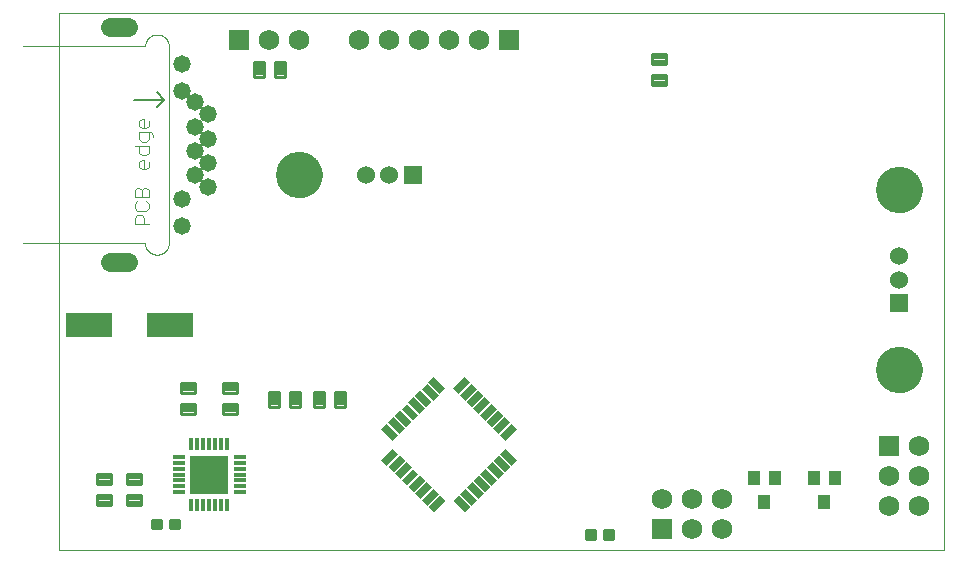
<source format=gts>
G75*
%MOIN*%
%OFA0B0*%
%FSLAX25Y25*%
%IPPOS*%
%LPD*%
%AMOC8*
5,1,8,0,0,1.08239X$1,22.5*
%
%ADD10C,0.00000*%
%ADD11C,0.15350*%
%ADD12R,0.05950X0.05950*%
%ADD13C,0.06000*%
%ADD14R,0.05400X0.02600*%
%ADD15R,0.02600X0.05400*%
%ADD16C,0.00975*%
%ADD17C,0.06306*%
%ADD18C,0.05800*%
%ADD19C,0.00100*%
%ADD20C,0.00500*%
%ADD21C,0.00400*%
%ADD22C,0.01100*%
%ADD23R,0.06900X0.06900*%
%ADD24C,0.06900*%
%ADD25R,0.04400X0.04900*%
%ADD26R,0.03943X0.01400*%
%ADD27R,0.01400X0.03943*%
%ADD28R,0.12605X0.12605*%
%ADD29R,0.15400X0.07900*%
D10*
X0013250Y0007846D02*
X0013250Y0186547D01*
X0308171Y0186547D01*
X0308171Y0007846D01*
X0013250Y0007846D01*
X0085775Y0132846D02*
X0085777Y0133029D01*
X0085784Y0133213D01*
X0085795Y0133396D01*
X0085811Y0133579D01*
X0085831Y0133761D01*
X0085856Y0133943D01*
X0085885Y0134124D01*
X0085919Y0134304D01*
X0085957Y0134484D01*
X0085999Y0134662D01*
X0086046Y0134840D01*
X0086097Y0135016D01*
X0086152Y0135191D01*
X0086212Y0135364D01*
X0086276Y0135536D01*
X0086344Y0135707D01*
X0086416Y0135875D01*
X0086493Y0136042D01*
X0086573Y0136207D01*
X0086658Y0136370D01*
X0086746Y0136530D01*
X0086838Y0136689D01*
X0086935Y0136845D01*
X0087035Y0136999D01*
X0087139Y0137150D01*
X0087246Y0137299D01*
X0087357Y0137445D01*
X0087472Y0137588D01*
X0087590Y0137728D01*
X0087711Y0137866D01*
X0087836Y0138000D01*
X0087964Y0138132D01*
X0088096Y0138260D01*
X0088230Y0138385D01*
X0088368Y0138506D01*
X0088508Y0138624D01*
X0088651Y0138739D01*
X0088797Y0138850D01*
X0088946Y0138957D01*
X0089097Y0139061D01*
X0089251Y0139161D01*
X0089407Y0139258D01*
X0089566Y0139350D01*
X0089726Y0139438D01*
X0089889Y0139523D01*
X0090054Y0139603D01*
X0090221Y0139680D01*
X0090389Y0139752D01*
X0090560Y0139820D01*
X0090732Y0139884D01*
X0090905Y0139944D01*
X0091080Y0139999D01*
X0091256Y0140050D01*
X0091434Y0140097D01*
X0091612Y0140139D01*
X0091792Y0140177D01*
X0091972Y0140211D01*
X0092153Y0140240D01*
X0092335Y0140265D01*
X0092517Y0140285D01*
X0092700Y0140301D01*
X0092883Y0140312D01*
X0093067Y0140319D01*
X0093250Y0140321D01*
X0093433Y0140319D01*
X0093617Y0140312D01*
X0093800Y0140301D01*
X0093983Y0140285D01*
X0094165Y0140265D01*
X0094347Y0140240D01*
X0094528Y0140211D01*
X0094708Y0140177D01*
X0094888Y0140139D01*
X0095066Y0140097D01*
X0095244Y0140050D01*
X0095420Y0139999D01*
X0095595Y0139944D01*
X0095768Y0139884D01*
X0095940Y0139820D01*
X0096111Y0139752D01*
X0096279Y0139680D01*
X0096446Y0139603D01*
X0096611Y0139523D01*
X0096774Y0139438D01*
X0096934Y0139350D01*
X0097093Y0139258D01*
X0097249Y0139161D01*
X0097403Y0139061D01*
X0097554Y0138957D01*
X0097703Y0138850D01*
X0097849Y0138739D01*
X0097992Y0138624D01*
X0098132Y0138506D01*
X0098270Y0138385D01*
X0098404Y0138260D01*
X0098536Y0138132D01*
X0098664Y0138000D01*
X0098789Y0137866D01*
X0098910Y0137728D01*
X0099028Y0137588D01*
X0099143Y0137445D01*
X0099254Y0137299D01*
X0099361Y0137150D01*
X0099465Y0136999D01*
X0099565Y0136845D01*
X0099662Y0136689D01*
X0099754Y0136530D01*
X0099842Y0136370D01*
X0099927Y0136207D01*
X0100007Y0136042D01*
X0100084Y0135875D01*
X0100156Y0135707D01*
X0100224Y0135536D01*
X0100288Y0135364D01*
X0100348Y0135191D01*
X0100403Y0135016D01*
X0100454Y0134840D01*
X0100501Y0134662D01*
X0100543Y0134484D01*
X0100581Y0134304D01*
X0100615Y0134124D01*
X0100644Y0133943D01*
X0100669Y0133761D01*
X0100689Y0133579D01*
X0100705Y0133396D01*
X0100716Y0133213D01*
X0100723Y0133029D01*
X0100725Y0132846D01*
X0100723Y0132663D01*
X0100716Y0132479D01*
X0100705Y0132296D01*
X0100689Y0132113D01*
X0100669Y0131931D01*
X0100644Y0131749D01*
X0100615Y0131568D01*
X0100581Y0131388D01*
X0100543Y0131208D01*
X0100501Y0131030D01*
X0100454Y0130852D01*
X0100403Y0130676D01*
X0100348Y0130501D01*
X0100288Y0130328D01*
X0100224Y0130156D01*
X0100156Y0129985D01*
X0100084Y0129817D01*
X0100007Y0129650D01*
X0099927Y0129485D01*
X0099842Y0129322D01*
X0099754Y0129162D01*
X0099662Y0129003D01*
X0099565Y0128847D01*
X0099465Y0128693D01*
X0099361Y0128542D01*
X0099254Y0128393D01*
X0099143Y0128247D01*
X0099028Y0128104D01*
X0098910Y0127964D01*
X0098789Y0127826D01*
X0098664Y0127692D01*
X0098536Y0127560D01*
X0098404Y0127432D01*
X0098270Y0127307D01*
X0098132Y0127186D01*
X0097992Y0127068D01*
X0097849Y0126953D01*
X0097703Y0126842D01*
X0097554Y0126735D01*
X0097403Y0126631D01*
X0097249Y0126531D01*
X0097093Y0126434D01*
X0096934Y0126342D01*
X0096774Y0126254D01*
X0096611Y0126169D01*
X0096446Y0126089D01*
X0096279Y0126012D01*
X0096111Y0125940D01*
X0095940Y0125872D01*
X0095768Y0125808D01*
X0095595Y0125748D01*
X0095420Y0125693D01*
X0095244Y0125642D01*
X0095066Y0125595D01*
X0094888Y0125553D01*
X0094708Y0125515D01*
X0094528Y0125481D01*
X0094347Y0125452D01*
X0094165Y0125427D01*
X0093983Y0125407D01*
X0093800Y0125391D01*
X0093617Y0125380D01*
X0093433Y0125373D01*
X0093250Y0125371D01*
X0093067Y0125373D01*
X0092883Y0125380D01*
X0092700Y0125391D01*
X0092517Y0125407D01*
X0092335Y0125427D01*
X0092153Y0125452D01*
X0091972Y0125481D01*
X0091792Y0125515D01*
X0091612Y0125553D01*
X0091434Y0125595D01*
X0091256Y0125642D01*
X0091080Y0125693D01*
X0090905Y0125748D01*
X0090732Y0125808D01*
X0090560Y0125872D01*
X0090389Y0125940D01*
X0090221Y0126012D01*
X0090054Y0126089D01*
X0089889Y0126169D01*
X0089726Y0126254D01*
X0089566Y0126342D01*
X0089407Y0126434D01*
X0089251Y0126531D01*
X0089097Y0126631D01*
X0088946Y0126735D01*
X0088797Y0126842D01*
X0088651Y0126953D01*
X0088508Y0127068D01*
X0088368Y0127186D01*
X0088230Y0127307D01*
X0088096Y0127432D01*
X0087964Y0127560D01*
X0087836Y0127692D01*
X0087711Y0127826D01*
X0087590Y0127964D01*
X0087472Y0128104D01*
X0087357Y0128247D01*
X0087246Y0128393D01*
X0087139Y0128542D01*
X0087035Y0128693D01*
X0086935Y0128847D01*
X0086838Y0129003D01*
X0086746Y0129162D01*
X0086658Y0129322D01*
X0086573Y0129485D01*
X0086493Y0129650D01*
X0086416Y0129817D01*
X0086344Y0129985D01*
X0086276Y0130156D01*
X0086212Y0130328D01*
X0086152Y0130501D01*
X0086097Y0130676D01*
X0086046Y0130852D01*
X0085999Y0131030D01*
X0085957Y0131208D01*
X0085919Y0131388D01*
X0085885Y0131568D01*
X0085856Y0131749D01*
X0085831Y0131931D01*
X0085811Y0132113D01*
X0085795Y0132296D01*
X0085784Y0132479D01*
X0085777Y0132663D01*
X0085775Y0132846D01*
X0285775Y0127846D02*
X0285777Y0128029D01*
X0285784Y0128213D01*
X0285795Y0128396D01*
X0285811Y0128579D01*
X0285831Y0128761D01*
X0285856Y0128943D01*
X0285885Y0129124D01*
X0285919Y0129304D01*
X0285957Y0129484D01*
X0285999Y0129662D01*
X0286046Y0129840D01*
X0286097Y0130016D01*
X0286152Y0130191D01*
X0286212Y0130364D01*
X0286276Y0130536D01*
X0286344Y0130707D01*
X0286416Y0130875D01*
X0286493Y0131042D01*
X0286573Y0131207D01*
X0286658Y0131370D01*
X0286746Y0131530D01*
X0286838Y0131689D01*
X0286935Y0131845D01*
X0287035Y0131999D01*
X0287139Y0132150D01*
X0287246Y0132299D01*
X0287357Y0132445D01*
X0287472Y0132588D01*
X0287590Y0132728D01*
X0287711Y0132866D01*
X0287836Y0133000D01*
X0287964Y0133132D01*
X0288096Y0133260D01*
X0288230Y0133385D01*
X0288368Y0133506D01*
X0288508Y0133624D01*
X0288651Y0133739D01*
X0288797Y0133850D01*
X0288946Y0133957D01*
X0289097Y0134061D01*
X0289251Y0134161D01*
X0289407Y0134258D01*
X0289566Y0134350D01*
X0289726Y0134438D01*
X0289889Y0134523D01*
X0290054Y0134603D01*
X0290221Y0134680D01*
X0290389Y0134752D01*
X0290560Y0134820D01*
X0290732Y0134884D01*
X0290905Y0134944D01*
X0291080Y0134999D01*
X0291256Y0135050D01*
X0291434Y0135097D01*
X0291612Y0135139D01*
X0291792Y0135177D01*
X0291972Y0135211D01*
X0292153Y0135240D01*
X0292335Y0135265D01*
X0292517Y0135285D01*
X0292700Y0135301D01*
X0292883Y0135312D01*
X0293067Y0135319D01*
X0293250Y0135321D01*
X0293433Y0135319D01*
X0293617Y0135312D01*
X0293800Y0135301D01*
X0293983Y0135285D01*
X0294165Y0135265D01*
X0294347Y0135240D01*
X0294528Y0135211D01*
X0294708Y0135177D01*
X0294888Y0135139D01*
X0295066Y0135097D01*
X0295244Y0135050D01*
X0295420Y0134999D01*
X0295595Y0134944D01*
X0295768Y0134884D01*
X0295940Y0134820D01*
X0296111Y0134752D01*
X0296279Y0134680D01*
X0296446Y0134603D01*
X0296611Y0134523D01*
X0296774Y0134438D01*
X0296934Y0134350D01*
X0297093Y0134258D01*
X0297249Y0134161D01*
X0297403Y0134061D01*
X0297554Y0133957D01*
X0297703Y0133850D01*
X0297849Y0133739D01*
X0297992Y0133624D01*
X0298132Y0133506D01*
X0298270Y0133385D01*
X0298404Y0133260D01*
X0298536Y0133132D01*
X0298664Y0133000D01*
X0298789Y0132866D01*
X0298910Y0132728D01*
X0299028Y0132588D01*
X0299143Y0132445D01*
X0299254Y0132299D01*
X0299361Y0132150D01*
X0299465Y0131999D01*
X0299565Y0131845D01*
X0299662Y0131689D01*
X0299754Y0131530D01*
X0299842Y0131370D01*
X0299927Y0131207D01*
X0300007Y0131042D01*
X0300084Y0130875D01*
X0300156Y0130707D01*
X0300224Y0130536D01*
X0300288Y0130364D01*
X0300348Y0130191D01*
X0300403Y0130016D01*
X0300454Y0129840D01*
X0300501Y0129662D01*
X0300543Y0129484D01*
X0300581Y0129304D01*
X0300615Y0129124D01*
X0300644Y0128943D01*
X0300669Y0128761D01*
X0300689Y0128579D01*
X0300705Y0128396D01*
X0300716Y0128213D01*
X0300723Y0128029D01*
X0300725Y0127846D01*
X0300723Y0127663D01*
X0300716Y0127479D01*
X0300705Y0127296D01*
X0300689Y0127113D01*
X0300669Y0126931D01*
X0300644Y0126749D01*
X0300615Y0126568D01*
X0300581Y0126388D01*
X0300543Y0126208D01*
X0300501Y0126030D01*
X0300454Y0125852D01*
X0300403Y0125676D01*
X0300348Y0125501D01*
X0300288Y0125328D01*
X0300224Y0125156D01*
X0300156Y0124985D01*
X0300084Y0124817D01*
X0300007Y0124650D01*
X0299927Y0124485D01*
X0299842Y0124322D01*
X0299754Y0124162D01*
X0299662Y0124003D01*
X0299565Y0123847D01*
X0299465Y0123693D01*
X0299361Y0123542D01*
X0299254Y0123393D01*
X0299143Y0123247D01*
X0299028Y0123104D01*
X0298910Y0122964D01*
X0298789Y0122826D01*
X0298664Y0122692D01*
X0298536Y0122560D01*
X0298404Y0122432D01*
X0298270Y0122307D01*
X0298132Y0122186D01*
X0297992Y0122068D01*
X0297849Y0121953D01*
X0297703Y0121842D01*
X0297554Y0121735D01*
X0297403Y0121631D01*
X0297249Y0121531D01*
X0297093Y0121434D01*
X0296934Y0121342D01*
X0296774Y0121254D01*
X0296611Y0121169D01*
X0296446Y0121089D01*
X0296279Y0121012D01*
X0296111Y0120940D01*
X0295940Y0120872D01*
X0295768Y0120808D01*
X0295595Y0120748D01*
X0295420Y0120693D01*
X0295244Y0120642D01*
X0295066Y0120595D01*
X0294888Y0120553D01*
X0294708Y0120515D01*
X0294528Y0120481D01*
X0294347Y0120452D01*
X0294165Y0120427D01*
X0293983Y0120407D01*
X0293800Y0120391D01*
X0293617Y0120380D01*
X0293433Y0120373D01*
X0293250Y0120371D01*
X0293067Y0120373D01*
X0292883Y0120380D01*
X0292700Y0120391D01*
X0292517Y0120407D01*
X0292335Y0120427D01*
X0292153Y0120452D01*
X0291972Y0120481D01*
X0291792Y0120515D01*
X0291612Y0120553D01*
X0291434Y0120595D01*
X0291256Y0120642D01*
X0291080Y0120693D01*
X0290905Y0120748D01*
X0290732Y0120808D01*
X0290560Y0120872D01*
X0290389Y0120940D01*
X0290221Y0121012D01*
X0290054Y0121089D01*
X0289889Y0121169D01*
X0289726Y0121254D01*
X0289566Y0121342D01*
X0289407Y0121434D01*
X0289251Y0121531D01*
X0289097Y0121631D01*
X0288946Y0121735D01*
X0288797Y0121842D01*
X0288651Y0121953D01*
X0288508Y0122068D01*
X0288368Y0122186D01*
X0288230Y0122307D01*
X0288096Y0122432D01*
X0287964Y0122560D01*
X0287836Y0122692D01*
X0287711Y0122826D01*
X0287590Y0122964D01*
X0287472Y0123104D01*
X0287357Y0123247D01*
X0287246Y0123393D01*
X0287139Y0123542D01*
X0287035Y0123693D01*
X0286935Y0123847D01*
X0286838Y0124003D01*
X0286746Y0124162D01*
X0286658Y0124322D01*
X0286573Y0124485D01*
X0286493Y0124650D01*
X0286416Y0124817D01*
X0286344Y0124985D01*
X0286276Y0125156D01*
X0286212Y0125328D01*
X0286152Y0125501D01*
X0286097Y0125676D01*
X0286046Y0125852D01*
X0285999Y0126030D01*
X0285957Y0126208D01*
X0285919Y0126388D01*
X0285885Y0126568D01*
X0285856Y0126749D01*
X0285831Y0126931D01*
X0285811Y0127113D01*
X0285795Y0127296D01*
X0285784Y0127479D01*
X0285777Y0127663D01*
X0285775Y0127846D01*
X0285775Y0067846D02*
X0285777Y0068029D01*
X0285784Y0068213D01*
X0285795Y0068396D01*
X0285811Y0068579D01*
X0285831Y0068761D01*
X0285856Y0068943D01*
X0285885Y0069124D01*
X0285919Y0069304D01*
X0285957Y0069484D01*
X0285999Y0069662D01*
X0286046Y0069840D01*
X0286097Y0070016D01*
X0286152Y0070191D01*
X0286212Y0070364D01*
X0286276Y0070536D01*
X0286344Y0070707D01*
X0286416Y0070875D01*
X0286493Y0071042D01*
X0286573Y0071207D01*
X0286658Y0071370D01*
X0286746Y0071530D01*
X0286838Y0071689D01*
X0286935Y0071845D01*
X0287035Y0071999D01*
X0287139Y0072150D01*
X0287246Y0072299D01*
X0287357Y0072445D01*
X0287472Y0072588D01*
X0287590Y0072728D01*
X0287711Y0072866D01*
X0287836Y0073000D01*
X0287964Y0073132D01*
X0288096Y0073260D01*
X0288230Y0073385D01*
X0288368Y0073506D01*
X0288508Y0073624D01*
X0288651Y0073739D01*
X0288797Y0073850D01*
X0288946Y0073957D01*
X0289097Y0074061D01*
X0289251Y0074161D01*
X0289407Y0074258D01*
X0289566Y0074350D01*
X0289726Y0074438D01*
X0289889Y0074523D01*
X0290054Y0074603D01*
X0290221Y0074680D01*
X0290389Y0074752D01*
X0290560Y0074820D01*
X0290732Y0074884D01*
X0290905Y0074944D01*
X0291080Y0074999D01*
X0291256Y0075050D01*
X0291434Y0075097D01*
X0291612Y0075139D01*
X0291792Y0075177D01*
X0291972Y0075211D01*
X0292153Y0075240D01*
X0292335Y0075265D01*
X0292517Y0075285D01*
X0292700Y0075301D01*
X0292883Y0075312D01*
X0293067Y0075319D01*
X0293250Y0075321D01*
X0293433Y0075319D01*
X0293617Y0075312D01*
X0293800Y0075301D01*
X0293983Y0075285D01*
X0294165Y0075265D01*
X0294347Y0075240D01*
X0294528Y0075211D01*
X0294708Y0075177D01*
X0294888Y0075139D01*
X0295066Y0075097D01*
X0295244Y0075050D01*
X0295420Y0074999D01*
X0295595Y0074944D01*
X0295768Y0074884D01*
X0295940Y0074820D01*
X0296111Y0074752D01*
X0296279Y0074680D01*
X0296446Y0074603D01*
X0296611Y0074523D01*
X0296774Y0074438D01*
X0296934Y0074350D01*
X0297093Y0074258D01*
X0297249Y0074161D01*
X0297403Y0074061D01*
X0297554Y0073957D01*
X0297703Y0073850D01*
X0297849Y0073739D01*
X0297992Y0073624D01*
X0298132Y0073506D01*
X0298270Y0073385D01*
X0298404Y0073260D01*
X0298536Y0073132D01*
X0298664Y0073000D01*
X0298789Y0072866D01*
X0298910Y0072728D01*
X0299028Y0072588D01*
X0299143Y0072445D01*
X0299254Y0072299D01*
X0299361Y0072150D01*
X0299465Y0071999D01*
X0299565Y0071845D01*
X0299662Y0071689D01*
X0299754Y0071530D01*
X0299842Y0071370D01*
X0299927Y0071207D01*
X0300007Y0071042D01*
X0300084Y0070875D01*
X0300156Y0070707D01*
X0300224Y0070536D01*
X0300288Y0070364D01*
X0300348Y0070191D01*
X0300403Y0070016D01*
X0300454Y0069840D01*
X0300501Y0069662D01*
X0300543Y0069484D01*
X0300581Y0069304D01*
X0300615Y0069124D01*
X0300644Y0068943D01*
X0300669Y0068761D01*
X0300689Y0068579D01*
X0300705Y0068396D01*
X0300716Y0068213D01*
X0300723Y0068029D01*
X0300725Y0067846D01*
X0300723Y0067663D01*
X0300716Y0067479D01*
X0300705Y0067296D01*
X0300689Y0067113D01*
X0300669Y0066931D01*
X0300644Y0066749D01*
X0300615Y0066568D01*
X0300581Y0066388D01*
X0300543Y0066208D01*
X0300501Y0066030D01*
X0300454Y0065852D01*
X0300403Y0065676D01*
X0300348Y0065501D01*
X0300288Y0065328D01*
X0300224Y0065156D01*
X0300156Y0064985D01*
X0300084Y0064817D01*
X0300007Y0064650D01*
X0299927Y0064485D01*
X0299842Y0064322D01*
X0299754Y0064162D01*
X0299662Y0064003D01*
X0299565Y0063847D01*
X0299465Y0063693D01*
X0299361Y0063542D01*
X0299254Y0063393D01*
X0299143Y0063247D01*
X0299028Y0063104D01*
X0298910Y0062964D01*
X0298789Y0062826D01*
X0298664Y0062692D01*
X0298536Y0062560D01*
X0298404Y0062432D01*
X0298270Y0062307D01*
X0298132Y0062186D01*
X0297992Y0062068D01*
X0297849Y0061953D01*
X0297703Y0061842D01*
X0297554Y0061735D01*
X0297403Y0061631D01*
X0297249Y0061531D01*
X0297093Y0061434D01*
X0296934Y0061342D01*
X0296774Y0061254D01*
X0296611Y0061169D01*
X0296446Y0061089D01*
X0296279Y0061012D01*
X0296111Y0060940D01*
X0295940Y0060872D01*
X0295768Y0060808D01*
X0295595Y0060748D01*
X0295420Y0060693D01*
X0295244Y0060642D01*
X0295066Y0060595D01*
X0294888Y0060553D01*
X0294708Y0060515D01*
X0294528Y0060481D01*
X0294347Y0060452D01*
X0294165Y0060427D01*
X0293983Y0060407D01*
X0293800Y0060391D01*
X0293617Y0060380D01*
X0293433Y0060373D01*
X0293250Y0060371D01*
X0293067Y0060373D01*
X0292883Y0060380D01*
X0292700Y0060391D01*
X0292517Y0060407D01*
X0292335Y0060427D01*
X0292153Y0060452D01*
X0291972Y0060481D01*
X0291792Y0060515D01*
X0291612Y0060553D01*
X0291434Y0060595D01*
X0291256Y0060642D01*
X0291080Y0060693D01*
X0290905Y0060748D01*
X0290732Y0060808D01*
X0290560Y0060872D01*
X0290389Y0060940D01*
X0290221Y0061012D01*
X0290054Y0061089D01*
X0289889Y0061169D01*
X0289726Y0061254D01*
X0289566Y0061342D01*
X0289407Y0061434D01*
X0289251Y0061531D01*
X0289097Y0061631D01*
X0288946Y0061735D01*
X0288797Y0061842D01*
X0288651Y0061953D01*
X0288508Y0062068D01*
X0288368Y0062186D01*
X0288230Y0062307D01*
X0288096Y0062432D01*
X0287964Y0062560D01*
X0287836Y0062692D01*
X0287711Y0062826D01*
X0287590Y0062964D01*
X0287472Y0063104D01*
X0287357Y0063247D01*
X0287246Y0063393D01*
X0287139Y0063542D01*
X0287035Y0063693D01*
X0286935Y0063847D01*
X0286838Y0064003D01*
X0286746Y0064162D01*
X0286658Y0064322D01*
X0286573Y0064485D01*
X0286493Y0064650D01*
X0286416Y0064817D01*
X0286344Y0064985D01*
X0286276Y0065156D01*
X0286212Y0065328D01*
X0286152Y0065501D01*
X0286097Y0065676D01*
X0286046Y0065852D01*
X0285999Y0066030D01*
X0285957Y0066208D01*
X0285919Y0066388D01*
X0285885Y0066568D01*
X0285856Y0066749D01*
X0285831Y0066931D01*
X0285811Y0067113D01*
X0285795Y0067296D01*
X0285784Y0067479D01*
X0285777Y0067663D01*
X0285775Y0067846D01*
D11*
X0293250Y0067846D03*
X0293250Y0127846D03*
X0093250Y0132846D03*
D12*
X0131124Y0132846D03*
X0293250Y0089972D03*
D13*
X0293250Y0097846D03*
X0293250Y0105720D03*
X0123250Y0132846D03*
X0115376Y0132846D03*
D14*
G36*
X0140084Y0059763D02*
X0136267Y0063580D01*
X0138106Y0065419D01*
X0141923Y0061602D01*
X0140084Y0059763D01*
G37*
G36*
X0137857Y0057536D02*
X0134040Y0061353D01*
X0135879Y0063192D01*
X0139696Y0059375D01*
X0137857Y0057536D01*
G37*
G36*
X0135630Y0055309D02*
X0131813Y0059126D01*
X0133652Y0060965D01*
X0137469Y0057148D01*
X0135630Y0055309D01*
G37*
G36*
X0133402Y0053082D02*
X0129585Y0056899D01*
X0131424Y0058738D01*
X0135241Y0054921D01*
X0133402Y0053082D01*
G37*
G36*
X0131175Y0050855D02*
X0127358Y0054672D01*
X0129197Y0056511D01*
X0133014Y0052694D01*
X0131175Y0050855D01*
G37*
G36*
X0128948Y0048627D02*
X0125131Y0052444D01*
X0126970Y0054283D01*
X0130787Y0050466D01*
X0128948Y0048627D01*
G37*
G36*
X0126721Y0046400D02*
X0122904Y0050217D01*
X0124743Y0052056D01*
X0128560Y0048239D01*
X0126721Y0046400D01*
G37*
G36*
X0124494Y0044173D02*
X0120677Y0047990D01*
X0122516Y0049829D01*
X0126333Y0046012D01*
X0124494Y0044173D01*
G37*
G36*
X0152848Y0024727D02*
X0149031Y0028544D01*
X0150870Y0030383D01*
X0154687Y0026566D01*
X0152848Y0024727D01*
G37*
G36*
X0150621Y0022500D02*
X0146804Y0026317D01*
X0148643Y0028156D01*
X0152460Y0024339D01*
X0150621Y0022500D01*
G37*
G36*
X0148394Y0020273D02*
X0144577Y0024090D01*
X0146416Y0025929D01*
X0150233Y0022112D01*
X0148394Y0020273D01*
G37*
G36*
X0155076Y0026954D02*
X0151259Y0030771D01*
X0153098Y0032610D01*
X0156915Y0028793D01*
X0155076Y0026954D01*
G37*
G36*
X0157303Y0029181D02*
X0153486Y0032998D01*
X0155325Y0034837D01*
X0159142Y0031020D01*
X0157303Y0029181D01*
G37*
G36*
X0159530Y0031409D02*
X0155713Y0035226D01*
X0157552Y0037065D01*
X0161369Y0033248D01*
X0159530Y0031409D01*
G37*
G36*
X0161757Y0033636D02*
X0157940Y0037453D01*
X0159779Y0039292D01*
X0163596Y0035475D01*
X0161757Y0033636D01*
G37*
G36*
X0163984Y0035863D02*
X0160167Y0039680D01*
X0162006Y0041519D01*
X0165823Y0037702D01*
X0163984Y0035863D01*
G37*
D15*
G36*
X0162006Y0044173D02*
X0160167Y0046012D01*
X0163984Y0049829D01*
X0165823Y0047990D01*
X0162006Y0044173D01*
G37*
G36*
X0159779Y0046400D02*
X0157940Y0048239D01*
X0161757Y0052056D01*
X0163596Y0050217D01*
X0159779Y0046400D01*
G37*
G36*
X0157552Y0048627D02*
X0155713Y0050466D01*
X0159530Y0054283D01*
X0161369Y0052444D01*
X0157552Y0048627D01*
G37*
G36*
X0155325Y0050855D02*
X0153486Y0052694D01*
X0157303Y0056511D01*
X0159142Y0054672D01*
X0155325Y0050855D01*
G37*
G36*
X0153098Y0053082D02*
X0151259Y0054921D01*
X0155076Y0058738D01*
X0156915Y0056899D01*
X0153098Y0053082D01*
G37*
G36*
X0150870Y0055309D02*
X0149031Y0057148D01*
X0152848Y0060965D01*
X0154687Y0059126D01*
X0150870Y0055309D01*
G37*
G36*
X0148643Y0057536D02*
X0146804Y0059375D01*
X0150621Y0063192D01*
X0152460Y0061353D01*
X0148643Y0057536D01*
G37*
G36*
X0146416Y0059763D02*
X0144577Y0061602D01*
X0148394Y0065419D01*
X0150233Y0063580D01*
X0146416Y0059763D01*
G37*
G36*
X0122516Y0035863D02*
X0120677Y0037702D01*
X0124494Y0041519D01*
X0126333Y0039680D01*
X0122516Y0035863D01*
G37*
G36*
X0124743Y0033636D02*
X0122904Y0035475D01*
X0126721Y0039292D01*
X0128560Y0037453D01*
X0124743Y0033636D01*
G37*
G36*
X0126970Y0031409D02*
X0125131Y0033248D01*
X0128948Y0037065D01*
X0130787Y0035226D01*
X0126970Y0031409D01*
G37*
G36*
X0129197Y0029181D02*
X0127358Y0031020D01*
X0131175Y0034837D01*
X0133014Y0032998D01*
X0129197Y0029181D01*
G37*
G36*
X0131424Y0026954D02*
X0129585Y0028793D01*
X0133402Y0032610D01*
X0135241Y0030771D01*
X0131424Y0026954D01*
G37*
G36*
X0133652Y0024727D02*
X0131813Y0026566D01*
X0135630Y0030383D01*
X0137469Y0028544D01*
X0133652Y0024727D01*
G37*
G36*
X0135879Y0022500D02*
X0134040Y0024339D01*
X0137857Y0028156D01*
X0139696Y0026317D01*
X0135879Y0022500D01*
G37*
G36*
X0138106Y0020273D02*
X0136267Y0022112D01*
X0140084Y0025929D01*
X0141923Y0024090D01*
X0138106Y0020273D01*
G37*
D16*
X0188787Y0014309D02*
X0191713Y0014309D01*
X0191713Y0011383D01*
X0188787Y0011383D01*
X0188787Y0014309D01*
X0188787Y0012357D02*
X0191713Y0012357D01*
X0191713Y0013331D02*
X0188787Y0013331D01*
X0188787Y0014305D02*
X0191713Y0014305D01*
X0194787Y0014309D02*
X0197713Y0014309D01*
X0197713Y0011383D01*
X0194787Y0011383D01*
X0194787Y0014309D01*
X0194787Y0012357D02*
X0197713Y0012357D01*
X0197713Y0013331D02*
X0194787Y0013331D01*
X0194787Y0014305D02*
X0197713Y0014305D01*
X0053213Y0014883D02*
X0050287Y0014883D01*
X0050287Y0017809D01*
X0053213Y0017809D01*
X0053213Y0014883D01*
X0053213Y0015857D02*
X0050287Y0015857D01*
X0050287Y0016831D02*
X0053213Y0016831D01*
X0053213Y0017805D02*
X0050287Y0017805D01*
X0047213Y0014883D02*
X0044287Y0014883D01*
X0044287Y0017809D01*
X0047213Y0017809D01*
X0047213Y0014883D01*
X0047213Y0015857D02*
X0044287Y0015857D01*
X0044287Y0016831D02*
X0047213Y0016831D01*
X0047213Y0017805D02*
X0044287Y0017805D01*
D17*
X0036203Y0103791D02*
X0030297Y0103791D01*
X0030297Y0181901D02*
X0036203Y0181901D01*
D18*
X0054195Y0169854D03*
X0054195Y0160838D03*
X0058447Y0156901D03*
X0062778Y0152885D03*
X0058447Y0148870D03*
X0062778Y0144854D03*
X0058447Y0140838D03*
X0062778Y0136822D03*
X0058447Y0132807D03*
X0062778Y0128791D03*
X0054195Y0124854D03*
X0054195Y0115838D03*
D19*
X0049785Y0110087D02*
X0049785Y0175611D01*
X0049786Y0175611D02*
X0049784Y0175734D01*
X0049778Y0175858D01*
X0049769Y0175981D01*
X0049755Y0176103D01*
X0049738Y0176225D01*
X0049716Y0176347D01*
X0049691Y0176468D01*
X0049663Y0176588D01*
X0049630Y0176707D01*
X0049594Y0176825D01*
X0049554Y0176942D01*
X0049510Y0177057D01*
X0049463Y0177171D01*
X0049412Y0177283D01*
X0049358Y0177394D01*
X0049300Y0177503D01*
X0049239Y0177611D01*
X0049175Y0177716D01*
X0049107Y0177819D01*
X0049036Y0177920D01*
X0048962Y0178018D01*
X0048885Y0178115D01*
X0048804Y0178209D01*
X0048721Y0178300D01*
X0048636Y0178389D01*
X0048547Y0178474D01*
X0048456Y0178557D01*
X0048362Y0178638D01*
X0048265Y0178715D01*
X0048167Y0178789D01*
X0048066Y0178860D01*
X0047963Y0178928D01*
X0047858Y0178992D01*
X0047750Y0179053D01*
X0047641Y0179111D01*
X0047530Y0179165D01*
X0047418Y0179216D01*
X0047304Y0179263D01*
X0047189Y0179307D01*
X0047072Y0179347D01*
X0046954Y0179383D01*
X0046835Y0179416D01*
X0046715Y0179444D01*
X0046594Y0179469D01*
X0046472Y0179491D01*
X0046350Y0179508D01*
X0046228Y0179522D01*
X0046105Y0179531D01*
X0045981Y0179537D01*
X0045858Y0179539D01*
X0045848Y0179539D01*
X0045849Y0179539D02*
X0045726Y0179538D01*
X0045603Y0179532D01*
X0045480Y0179523D01*
X0045358Y0179511D01*
X0045236Y0179494D01*
X0045114Y0179473D01*
X0044994Y0179449D01*
X0044874Y0179421D01*
X0044755Y0179389D01*
X0044637Y0179353D01*
X0044521Y0179314D01*
X0044405Y0179271D01*
X0044291Y0179225D01*
X0044179Y0179175D01*
X0044068Y0179121D01*
X0043959Y0179064D01*
X0043852Y0179004D01*
X0043747Y0178940D01*
X0043644Y0178873D01*
X0043543Y0178802D01*
X0043444Y0178729D01*
X0043347Y0178653D01*
X0043253Y0178573D01*
X0043162Y0178491D01*
X0043073Y0178406D01*
X0042987Y0178318D01*
X0042904Y0178227D01*
X0042823Y0178134D01*
X0042746Y0178038D01*
X0042672Y0177940D01*
X0042600Y0177840D01*
X0042532Y0177737D01*
X0042468Y0177633D01*
X0042406Y0177526D01*
X0042348Y0177418D01*
X0042293Y0177308D01*
X0042242Y0177196D01*
X0042194Y0177082D01*
X0042150Y0176967D01*
X0042110Y0176851D01*
X0042073Y0176734D01*
X0042040Y0176615D01*
X0042011Y0176496D01*
X0041985Y0176375D01*
X0041963Y0176254D01*
X0041945Y0176132D01*
X0041931Y0176010D01*
X0041921Y0175888D01*
X0041915Y0175765D01*
X0041912Y0175642D01*
X0041911Y0175641D02*
X0001242Y0175641D01*
X0001242Y0110051D02*
X0041819Y0110051D01*
X0041823Y0109927D01*
X0041831Y0109802D01*
X0041842Y0109678D01*
X0041858Y0109555D01*
X0041878Y0109432D01*
X0041901Y0109310D01*
X0041928Y0109188D01*
X0041959Y0109067D01*
X0041994Y0108948D01*
X0042033Y0108830D01*
X0042075Y0108712D01*
X0042121Y0108597D01*
X0042171Y0108482D01*
X0042224Y0108370D01*
X0042280Y0108259D01*
X0042341Y0108150D01*
X0042404Y0108043D01*
X0042471Y0107938D01*
X0042541Y0107835D01*
X0042614Y0107734D01*
X0042691Y0107636D01*
X0042770Y0107540D01*
X0042853Y0107446D01*
X0042938Y0107356D01*
X0043026Y0107268D01*
X0043117Y0107183D01*
X0043210Y0107100D01*
X0043306Y0107021D01*
X0043405Y0106945D01*
X0043506Y0106872D01*
X0043609Y0106802D01*
X0043714Y0106735D01*
X0043821Y0106672D01*
X0043930Y0106612D01*
X0044041Y0106556D01*
X0044154Y0106503D01*
X0044268Y0106453D01*
X0044384Y0106408D01*
X0044501Y0106366D01*
X0044620Y0106327D01*
X0044740Y0106293D01*
X0044860Y0106262D01*
X0044982Y0106235D01*
X0045104Y0106211D01*
X0045227Y0106192D01*
X0045351Y0106177D01*
X0045475Y0106165D01*
X0045599Y0106157D01*
X0045723Y0106153D01*
X0045848Y0106154D01*
X0045848Y0106153D02*
X0045851Y0106153D01*
X0045975Y0106155D01*
X0046098Y0106161D01*
X0046221Y0106170D01*
X0046344Y0106184D01*
X0046466Y0106201D01*
X0046588Y0106223D01*
X0046709Y0106248D01*
X0046829Y0106277D01*
X0046949Y0106309D01*
X0047067Y0106346D01*
X0047184Y0106386D01*
X0047299Y0106429D01*
X0047413Y0106477D01*
X0047526Y0106527D01*
X0047637Y0106582D01*
X0047746Y0106640D01*
X0047854Y0106701D01*
X0047959Y0106765D01*
X0048062Y0106833D01*
X0048163Y0106904D01*
X0048262Y0106979D01*
X0048359Y0107056D01*
X0048453Y0107136D01*
X0048544Y0107219D01*
X0048633Y0107305D01*
X0048719Y0107394D01*
X0048802Y0107485D01*
X0048882Y0107579D01*
X0048959Y0107676D01*
X0049034Y0107775D01*
X0049105Y0107876D01*
X0049173Y0107979D01*
X0049237Y0108084D01*
X0049298Y0108192D01*
X0049356Y0108301D01*
X0049411Y0108412D01*
X0049461Y0108525D01*
X0049509Y0108639D01*
X0049552Y0108754D01*
X0049592Y0108871D01*
X0049629Y0108989D01*
X0049661Y0109109D01*
X0049690Y0109229D01*
X0049715Y0109350D01*
X0049737Y0109472D01*
X0049754Y0109594D01*
X0049768Y0109717D01*
X0049777Y0109840D01*
X0049783Y0109963D01*
X0049785Y0110087D01*
D20*
X0045750Y0155346D02*
X0048250Y0157846D01*
X0045750Y0160346D01*
X0048250Y0157846D02*
X0038250Y0157846D01*
D21*
X0040748Y0151511D02*
X0041515Y0151511D01*
X0041515Y0148442D01*
X0040748Y0148442D02*
X0039981Y0149209D01*
X0039981Y0150744D01*
X0040748Y0151511D01*
X0043050Y0150744D02*
X0043050Y0149209D01*
X0042283Y0148442D01*
X0040748Y0148442D01*
X0039981Y0146907D02*
X0039981Y0144605D01*
X0040748Y0143838D01*
X0042283Y0143838D01*
X0043050Y0144605D01*
X0043050Y0146907D01*
X0043817Y0146907D02*
X0039981Y0146907D01*
X0043817Y0146907D02*
X0044585Y0146140D01*
X0044585Y0145373D01*
X0043050Y0142303D02*
X0038446Y0142303D01*
X0039981Y0142303D02*
X0039981Y0140001D01*
X0040748Y0139234D01*
X0042283Y0139234D01*
X0043050Y0140001D01*
X0043050Y0142303D01*
X0041515Y0137700D02*
X0041515Y0134630D01*
X0040748Y0134630D02*
X0039981Y0135398D01*
X0039981Y0136932D01*
X0040748Y0137700D01*
X0041515Y0137700D01*
X0043050Y0136932D02*
X0043050Y0135398D01*
X0042283Y0134630D01*
X0040748Y0134630D01*
X0039981Y0128492D02*
X0040748Y0127724D01*
X0040748Y0125422D01*
X0039213Y0123888D02*
X0038446Y0123120D01*
X0038446Y0121586D01*
X0039213Y0120818D01*
X0042283Y0120818D01*
X0043050Y0121586D01*
X0043050Y0123120D01*
X0042283Y0123888D01*
X0043050Y0125422D02*
X0038446Y0125422D01*
X0038446Y0127724D01*
X0039213Y0128492D01*
X0039981Y0128492D01*
X0040748Y0127724D02*
X0041515Y0128492D01*
X0042283Y0128492D01*
X0043050Y0127724D01*
X0043050Y0125422D01*
X0040748Y0119284D02*
X0039213Y0119284D01*
X0038446Y0118516D01*
X0038446Y0116215D01*
X0043050Y0116215D01*
X0041515Y0116215D02*
X0041515Y0118516D01*
X0040748Y0119284D01*
D22*
X0078100Y0165446D02*
X0081400Y0165446D01*
X0078100Y0165446D02*
X0078100Y0170246D01*
X0081400Y0170246D01*
X0081400Y0165446D01*
X0081400Y0166545D02*
X0078100Y0166545D01*
X0078100Y0167644D02*
X0081400Y0167644D01*
X0081400Y0168743D02*
X0078100Y0168743D01*
X0078100Y0169842D02*
X0081400Y0169842D01*
X0085100Y0165446D02*
X0088400Y0165446D01*
X0085100Y0165446D02*
X0085100Y0170246D01*
X0088400Y0170246D01*
X0088400Y0165446D01*
X0088400Y0166545D02*
X0085100Y0166545D01*
X0085100Y0167644D02*
X0088400Y0167644D01*
X0088400Y0168743D02*
X0085100Y0168743D01*
X0085100Y0169842D02*
X0088400Y0169842D01*
X0215650Y0169696D02*
X0215650Y0172996D01*
X0215650Y0169696D02*
X0210850Y0169696D01*
X0210850Y0172996D01*
X0215650Y0172996D01*
X0215650Y0170795D02*
X0210850Y0170795D01*
X0210850Y0171894D02*
X0215650Y0171894D01*
X0215650Y0172993D02*
X0210850Y0172993D01*
X0215650Y0165996D02*
X0215650Y0162696D01*
X0210850Y0162696D01*
X0210850Y0165996D01*
X0215650Y0165996D01*
X0215650Y0163795D02*
X0210850Y0163795D01*
X0210850Y0164894D02*
X0215650Y0164894D01*
X0215650Y0165993D02*
X0210850Y0165993D01*
X0072650Y0063496D02*
X0072650Y0060196D01*
X0067850Y0060196D01*
X0067850Y0063496D01*
X0072650Y0063496D01*
X0072650Y0061295D02*
X0067850Y0061295D01*
X0067850Y0062394D02*
X0072650Y0062394D01*
X0072650Y0063493D02*
X0067850Y0063493D01*
X0058650Y0063496D02*
X0058650Y0060196D01*
X0053850Y0060196D01*
X0053850Y0063496D01*
X0058650Y0063496D01*
X0058650Y0061295D02*
X0053850Y0061295D01*
X0053850Y0062394D02*
X0058650Y0062394D01*
X0058650Y0063493D02*
X0053850Y0063493D01*
X0058650Y0056496D02*
X0058650Y0053196D01*
X0053850Y0053196D01*
X0053850Y0056496D01*
X0058650Y0056496D01*
X0058650Y0054295D02*
X0053850Y0054295D01*
X0053850Y0055394D02*
X0058650Y0055394D01*
X0058650Y0056493D02*
X0053850Y0056493D01*
X0072650Y0056496D02*
X0072650Y0053196D01*
X0067850Y0053196D01*
X0067850Y0056496D01*
X0072650Y0056496D01*
X0072650Y0054295D02*
X0067850Y0054295D01*
X0067850Y0055394D02*
X0072650Y0055394D01*
X0072650Y0056493D02*
X0067850Y0056493D01*
X0083100Y0055446D02*
X0086400Y0055446D01*
X0083100Y0055446D02*
X0083100Y0060246D01*
X0086400Y0060246D01*
X0086400Y0055446D01*
X0086400Y0056545D02*
X0083100Y0056545D01*
X0083100Y0057644D02*
X0086400Y0057644D01*
X0086400Y0058743D02*
X0083100Y0058743D01*
X0083100Y0059842D02*
X0086400Y0059842D01*
X0090100Y0055446D02*
X0093400Y0055446D01*
X0090100Y0055446D02*
X0090100Y0060246D01*
X0093400Y0060246D01*
X0093400Y0055446D01*
X0093400Y0056545D02*
X0090100Y0056545D01*
X0090100Y0057644D02*
X0093400Y0057644D01*
X0093400Y0058743D02*
X0090100Y0058743D01*
X0090100Y0059842D02*
X0093400Y0059842D01*
X0098100Y0055446D02*
X0101400Y0055446D01*
X0098100Y0055446D02*
X0098100Y0060246D01*
X0101400Y0060246D01*
X0101400Y0055446D01*
X0101400Y0056545D02*
X0098100Y0056545D01*
X0098100Y0057644D02*
X0101400Y0057644D01*
X0101400Y0058743D02*
X0098100Y0058743D01*
X0098100Y0059842D02*
X0101400Y0059842D01*
X0105100Y0055446D02*
X0108400Y0055446D01*
X0105100Y0055446D02*
X0105100Y0060246D01*
X0108400Y0060246D01*
X0108400Y0055446D01*
X0108400Y0056545D02*
X0105100Y0056545D01*
X0105100Y0057644D02*
X0108400Y0057644D01*
X0108400Y0058743D02*
X0105100Y0058743D01*
X0105100Y0059842D02*
X0108400Y0059842D01*
X0040650Y0032996D02*
X0040650Y0029696D01*
X0035850Y0029696D01*
X0035850Y0032996D01*
X0040650Y0032996D01*
X0040650Y0030795D02*
X0035850Y0030795D01*
X0035850Y0031894D02*
X0040650Y0031894D01*
X0040650Y0032993D02*
X0035850Y0032993D01*
X0030650Y0032996D02*
X0030650Y0029696D01*
X0025850Y0029696D01*
X0025850Y0032996D01*
X0030650Y0032996D01*
X0030650Y0030795D02*
X0025850Y0030795D01*
X0025850Y0031894D02*
X0030650Y0031894D01*
X0030650Y0032993D02*
X0025850Y0032993D01*
X0030650Y0025996D02*
X0030650Y0022696D01*
X0025850Y0022696D01*
X0025850Y0025996D01*
X0030650Y0025996D01*
X0030650Y0023795D02*
X0025850Y0023795D01*
X0025850Y0024894D02*
X0030650Y0024894D01*
X0030650Y0025993D02*
X0025850Y0025993D01*
X0040650Y0025996D02*
X0040650Y0022696D01*
X0035850Y0022696D01*
X0035850Y0025996D01*
X0040650Y0025996D01*
X0040650Y0023795D02*
X0035850Y0023795D01*
X0035850Y0024894D02*
X0040650Y0024894D01*
X0040650Y0025993D02*
X0035850Y0025993D01*
D23*
X0214250Y0014846D03*
X0289750Y0042346D03*
X0163250Y0177846D03*
X0073250Y0177846D03*
D24*
X0083250Y0177846D03*
X0093250Y0177846D03*
X0113250Y0177846D03*
X0123250Y0177846D03*
X0133250Y0177846D03*
X0143250Y0177846D03*
X0153250Y0177846D03*
X0299750Y0042346D03*
X0299750Y0032346D03*
X0289750Y0032346D03*
X0289750Y0022346D03*
X0299750Y0022346D03*
X0234250Y0024846D03*
X0224250Y0024846D03*
X0214250Y0024846D03*
X0224250Y0014846D03*
X0234250Y0014846D03*
D25*
X0248250Y0023846D03*
X0244750Y0031846D03*
X0251750Y0031846D03*
X0264750Y0031846D03*
X0271750Y0031846D03*
X0268250Y0023846D03*
D26*
X0073447Y0026940D03*
X0073447Y0028909D03*
X0073447Y0030877D03*
X0073447Y0032846D03*
X0073447Y0034815D03*
X0073447Y0036783D03*
X0073447Y0038752D03*
X0053053Y0038752D03*
X0053053Y0036783D03*
X0053053Y0034815D03*
X0053053Y0032846D03*
X0053053Y0030877D03*
X0053053Y0028909D03*
X0053053Y0026940D03*
D27*
X0057344Y0022649D03*
X0059313Y0022649D03*
X0061281Y0022649D03*
X0063250Y0022649D03*
X0065219Y0022649D03*
X0067187Y0022649D03*
X0069156Y0022649D03*
X0069156Y0043043D03*
X0067187Y0043043D03*
X0065219Y0043043D03*
X0063250Y0043043D03*
X0061281Y0043043D03*
X0059313Y0043043D03*
X0057344Y0043043D03*
D28*
X0063250Y0032846D03*
D29*
X0050250Y0082846D03*
X0023250Y0082846D03*
M02*

</source>
